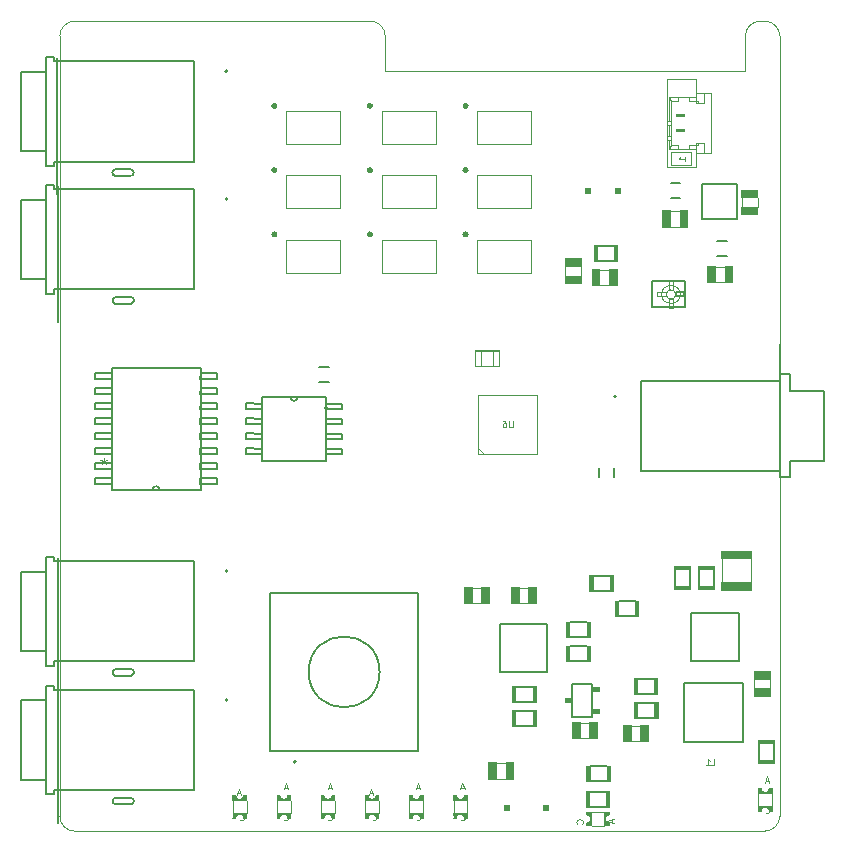
<source format=gbr>
%TF.GenerationSoftware,KiCad,Pcbnew,8.0.1*%
%TF.CreationDate,2025-01-16T17:49:12-07:00*%
%TF.ProjectId,WDM_RevB_v3,57444d5f-5265-4764-925f-76332e6b6963,rev?*%
%TF.SameCoordinates,Original*%
%TF.FileFunction,AssemblyDrawing,Bot*%
%FSLAX46Y46*%
G04 Gerber Fmt 4.6, Leading zero omitted, Abs format (unit mm)*
G04 Created by KiCad (PCBNEW 8.0.1) date 2025-01-16 17:49:12*
%MOMM*%
%LPD*%
G01*
G04 APERTURE LIST*
%ADD10C,0.076200*%
%ADD11C,0.054864*%
%ADD12C,0.152400*%
%ADD13C,0.127000*%
%ADD14C,0.200000*%
%ADD15C,0.025400*%
%ADD16C,0.508000*%
%ADD17C,0.101600*%
%ADD18C,0.000000*%
%ADD19C,0.100000*%
%ADD20C,0.050800*%
%ADD21C,0.203200*%
%ADD22C,0.120000*%
%ADD23C,0.025000*%
%TA.AperFunction,Profile*%
%ADD24C,0.100000*%
%TD*%
G04 APERTURE END LIST*
D10*
X90166738Y-82349138D02*
X90166738Y-82633376D01*
X90450976Y-82519681D02*
X90166738Y-82633376D01*
X90166738Y-82633376D02*
X89882499Y-82519681D01*
X90337280Y-82860767D02*
X90166738Y-82633376D01*
X90166738Y-82633376D02*
X89996195Y-82860767D01*
D11*
X108940828Y-77911322D02*
X108940828Y-78043402D01*
X109072908Y-77990570D02*
X108940828Y-78043402D01*
X108940828Y-78043402D02*
X108808748Y-77990570D01*
X109020076Y-78149066D02*
X108940828Y-78043402D01*
X108940828Y-78043402D02*
X108861580Y-78149066D01*
X124819080Y-79203057D02*
X124819080Y-79652129D01*
X124819080Y-79652129D02*
X124792664Y-79704961D01*
X124792664Y-79704961D02*
X124766248Y-79731377D01*
X124766248Y-79731377D02*
X124713416Y-79757793D01*
X124713416Y-79757793D02*
X124607752Y-79757793D01*
X124607752Y-79757793D02*
X124554920Y-79731377D01*
X124554920Y-79731377D02*
X124528504Y-79704961D01*
X124528504Y-79704961D02*
X124502088Y-79652129D01*
X124502088Y-79652129D02*
X124502088Y-79203057D01*
X124000184Y-79203057D02*
X124105848Y-79203057D01*
X124105848Y-79203057D02*
X124158680Y-79229473D01*
X124158680Y-79229473D02*
X124185096Y-79255889D01*
X124185096Y-79255889D02*
X124237928Y-79335137D01*
X124237928Y-79335137D02*
X124264344Y-79440801D01*
X124264344Y-79440801D02*
X124264344Y-79652129D01*
X124264344Y-79652129D02*
X124237928Y-79704961D01*
X124237928Y-79704961D02*
X124211512Y-79731377D01*
X124211512Y-79731377D02*
X124158680Y-79757793D01*
X124158680Y-79757793D02*
X124053016Y-79757793D01*
X124053016Y-79757793D02*
X124000184Y-79731377D01*
X124000184Y-79731377D02*
X123973768Y-79704961D01*
X123973768Y-79704961D02*
X123947352Y-79652129D01*
X123947352Y-79652129D02*
X123947352Y-79520049D01*
X123947352Y-79520049D02*
X123973768Y-79467217D01*
X123973768Y-79467217D02*
X124000184Y-79440801D01*
X124000184Y-79440801D02*
X124053016Y-79414385D01*
X124053016Y-79414385D02*
X124158680Y-79414385D01*
X124158680Y-79414385D02*
X124211512Y-79440801D01*
X124211512Y-79440801D02*
X124237928Y-79467217D01*
X124237928Y-79467217D02*
X124264344Y-79520049D01*
X146482918Y-109656762D02*
X146218758Y-109656762D01*
X146535750Y-109815258D02*
X146350838Y-109260522D01*
X146350838Y-109260522D02*
X146165926Y-109815258D01*
X146218758Y-112362426D02*
X146245174Y-112388842D01*
X146245174Y-112388842D02*
X146324422Y-112415258D01*
X146324422Y-112415258D02*
X146377254Y-112415258D01*
X146377254Y-112415258D02*
X146456502Y-112388842D01*
X146456502Y-112388842D02*
X146509334Y-112336010D01*
X146509334Y-112336010D02*
X146535750Y-112283178D01*
X146535750Y-112283178D02*
X146562166Y-112177514D01*
X146562166Y-112177514D02*
X146562166Y-112098266D01*
X146562166Y-112098266D02*
X146535750Y-111992602D01*
X146535750Y-111992602D02*
X146509334Y-111939770D01*
X146509334Y-111939770D02*
X146456502Y-111886938D01*
X146456502Y-111886938D02*
X146377254Y-111860522D01*
X146377254Y-111860522D02*
X146324422Y-111860522D01*
X146324422Y-111860522D02*
X146245174Y-111886938D01*
X146245174Y-111886938D02*
X146218758Y-111913354D01*
X139396758Y-57190050D02*
X139396758Y-56873058D01*
X139396758Y-57031554D02*
X138842022Y-57031554D01*
X138842022Y-57031554D02*
X138921270Y-56978722D01*
X138921270Y-56978722D02*
X138974102Y-56925890D01*
X138974102Y-56925890D02*
X139000518Y-56873058D01*
X116671304Y-112950267D02*
X116697720Y-112976683D01*
X116697720Y-112976683D02*
X116776968Y-113003099D01*
X116776968Y-113003099D02*
X116829800Y-113003099D01*
X116829800Y-113003099D02*
X116909048Y-112976683D01*
X116909048Y-112976683D02*
X116961880Y-112923851D01*
X116961880Y-112923851D02*
X116988296Y-112871019D01*
X116988296Y-112871019D02*
X117014712Y-112765355D01*
X117014712Y-112765355D02*
X117014712Y-112686107D01*
X117014712Y-112686107D02*
X116988296Y-112580443D01*
X116988296Y-112580443D02*
X116961880Y-112527611D01*
X116961880Y-112527611D02*
X116909048Y-112474779D01*
X116909048Y-112474779D02*
X116829800Y-112448363D01*
X116829800Y-112448363D02*
X116776968Y-112448363D01*
X116776968Y-112448363D02*
X116697720Y-112474779D01*
X116697720Y-112474779D02*
X116671304Y-112501195D01*
X116935464Y-110244603D02*
X116671304Y-110244603D01*
X116988296Y-110403099D02*
X116803384Y-109848363D01*
X116803384Y-109848363D02*
X116618472Y-110403099D01*
X105733264Y-110244603D02*
X105469104Y-110244603D01*
X105786096Y-110403099D02*
X105601184Y-109848363D01*
X105601184Y-109848363D02*
X105416272Y-110403099D01*
X105469104Y-112950267D02*
X105495520Y-112976683D01*
X105495520Y-112976683D02*
X105574768Y-113003099D01*
X105574768Y-113003099D02*
X105627600Y-113003099D01*
X105627600Y-113003099D02*
X105706848Y-112976683D01*
X105706848Y-112976683D02*
X105759680Y-112923851D01*
X105759680Y-112923851D02*
X105786096Y-112871019D01*
X105786096Y-112871019D02*
X105812512Y-112765355D01*
X105812512Y-112765355D02*
X105812512Y-112686107D01*
X105812512Y-112686107D02*
X105786096Y-112580443D01*
X105786096Y-112580443D02*
X105759680Y-112527611D01*
X105759680Y-112527611D02*
X105706848Y-112474779D01*
X105706848Y-112474779D02*
X105627600Y-112448363D01*
X105627600Y-112448363D02*
X105574768Y-112448363D01*
X105574768Y-112448363D02*
X105495520Y-112474779D01*
X105495520Y-112474779D02*
X105469104Y-112501195D01*
X101735304Y-112950267D02*
X101761720Y-112976683D01*
X101761720Y-112976683D02*
X101840968Y-113003099D01*
X101840968Y-113003099D02*
X101893800Y-113003099D01*
X101893800Y-113003099D02*
X101973048Y-112976683D01*
X101973048Y-112976683D02*
X102025880Y-112923851D01*
X102025880Y-112923851D02*
X102052296Y-112871019D01*
X102052296Y-112871019D02*
X102078712Y-112765355D01*
X102078712Y-112765355D02*
X102078712Y-112686107D01*
X102078712Y-112686107D02*
X102052296Y-112580443D01*
X102052296Y-112580443D02*
X102025880Y-112527611D01*
X102025880Y-112527611D02*
X101973048Y-112474779D01*
X101973048Y-112474779D02*
X101893800Y-112448363D01*
X101893800Y-112448363D02*
X101840968Y-112448363D01*
X101840968Y-112448363D02*
X101761720Y-112474779D01*
X101761720Y-112474779D02*
X101735304Y-112501195D01*
X101749464Y-110719603D02*
X101485304Y-110719603D01*
X101802296Y-110878099D02*
X101617384Y-110323363D01*
X101617384Y-110323363D02*
X101432472Y-110878099D01*
X109203069Y-112950251D02*
X109229485Y-112976667D01*
X109229485Y-112976667D02*
X109308733Y-113003083D01*
X109308733Y-113003083D02*
X109361565Y-113003083D01*
X109361565Y-113003083D02*
X109440813Y-112976667D01*
X109440813Y-112976667D02*
X109493645Y-112923835D01*
X109493645Y-112923835D02*
X109520061Y-112871003D01*
X109520061Y-112871003D02*
X109546477Y-112765339D01*
X109546477Y-112765339D02*
X109546477Y-112686091D01*
X109546477Y-112686091D02*
X109520061Y-112580427D01*
X109520061Y-112580427D02*
X109493645Y-112527595D01*
X109493645Y-112527595D02*
X109440813Y-112474763D01*
X109440813Y-112474763D02*
X109361565Y-112448347D01*
X109361565Y-112448347D02*
X109308733Y-112448347D01*
X109308733Y-112448347D02*
X109229485Y-112474763D01*
X109229485Y-112474763D02*
X109203069Y-112501179D01*
X109467229Y-110244587D02*
X109203069Y-110244587D01*
X109520061Y-110403083D02*
X109335149Y-109848347D01*
X109335149Y-109848347D02*
X109150237Y-110403083D01*
X112951064Y-110719603D02*
X112686904Y-110719603D01*
X113003896Y-110878099D02*
X112818984Y-110323363D01*
X112818984Y-110323363D02*
X112634072Y-110878099D01*
X112936904Y-112950267D02*
X112963320Y-112976683D01*
X112963320Y-112976683D02*
X113042568Y-113003099D01*
X113042568Y-113003099D02*
X113095400Y-113003099D01*
X113095400Y-113003099D02*
X113174648Y-112976683D01*
X113174648Y-112976683D02*
X113227480Y-112923851D01*
X113227480Y-112923851D02*
X113253896Y-112871019D01*
X113253896Y-112871019D02*
X113280312Y-112765355D01*
X113280312Y-112765355D02*
X113280312Y-112686107D01*
X113280312Y-112686107D02*
X113253896Y-112580443D01*
X113253896Y-112580443D02*
X113227480Y-112527611D01*
X113227480Y-112527611D02*
X113174648Y-112474779D01*
X113174648Y-112474779D02*
X113095400Y-112448363D01*
X113095400Y-112448363D02*
X113042568Y-112448363D01*
X113042568Y-112448363D02*
X112963320Y-112474779D01*
X112963320Y-112474779D02*
X112936904Y-112501195D01*
X141621256Y-108356179D02*
X141885416Y-108356179D01*
X141885416Y-108356179D02*
X141885416Y-107801443D01*
X141145768Y-108356179D02*
X141462760Y-108356179D01*
X141304264Y-108356179D02*
X141304264Y-107801443D01*
X141304264Y-107801443D02*
X141357096Y-107880691D01*
X141357096Y-107880691D02*
X141409928Y-107933523D01*
X141409928Y-107933523D02*
X141462760Y-107959939D01*
X120405304Y-112950267D02*
X120431720Y-112976683D01*
X120431720Y-112976683D02*
X120510968Y-113003099D01*
X120510968Y-113003099D02*
X120563800Y-113003099D01*
X120563800Y-113003099D02*
X120643048Y-112976683D01*
X120643048Y-112976683D02*
X120695880Y-112923851D01*
X120695880Y-112923851D02*
X120722296Y-112871019D01*
X120722296Y-112871019D02*
X120748712Y-112765355D01*
X120748712Y-112765355D02*
X120748712Y-112686107D01*
X120748712Y-112686107D02*
X120722296Y-112580443D01*
X120722296Y-112580443D02*
X120695880Y-112527611D01*
X120695880Y-112527611D02*
X120643048Y-112474779D01*
X120643048Y-112474779D02*
X120563800Y-112448363D01*
X120563800Y-112448363D02*
X120510968Y-112448363D01*
X120510968Y-112448363D02*
X120431720Y-112474779D01*
X120431720Y-112474779D02*
X120405304Y-112501195D01*
X120669464Y-110244603D02*
X120405304Y-110244603D01*
X120722296Y-110403099D02*
X120537384Y-109848363D01*
X120537384Y-109848363D02*
X120352472Y-110403099D01*
X133184762Y-112944758D02*
X133184762Y-113208918D01*
X133343258Y-112891926D02*
X132788522Y-113076838D01*
X132788522Y-113076838D02*
X133343258Y-113261750D01*
X130690426Y-113288166D02*
X130716842Y-113261750D01*
X130716842Y-113261750D02*
X130743258Y-113182502D01*
X130743258Y-113182502D02*
X130743258Y-113129670D01*
X130743258Y-113129670D02*
X130716842Y-113050422D01*
X130716842Y-113050422D02*
X130664010Y-112997590D01*
X130664010Y-112997590D02*
X130611178Y-112971174D01*
X130611178Y-112971174D02*
X130505514Y-112944758D01*
X130505514Y-112944758D02*
X130426266Y-112944758D01*
X130426266Y-112944758D02*
X130320602Y-112971174D01*
X130320602Y-112971174D02*
X130267770Y-112997590D01*
X130267770Y-112997590D02*
X130214938Y-113050422D01*
X130214938Y-113050422D02*
X130188522Y-113129670D01*
X130188522Y-113129670D02*
X130188522Y-113182502D01*
X130188522Y-113182502D02*
X130214938Y-113261750D01*
X130214938Y-113261750D02*
X130241354Y-113288166D01*
D12*
%TO.C,U4*%
X89452450Y-84074000D02*
X89452450Y-84582000D01*
X90874850Y-84074000D02*
X89452450Y-84074000D01*
X89452450Y-82804000D02*
X89452450Y-83312000D01*
X90874850Y-82804000D02*
X89452450Y-82804000D01*
X89452450Y-81534000D02*
X89452450Y-82042000D01*
X90874850Y-81534000D02*
X89452450Y-81534000D01*
X89452450Y-80264000D02*
X89452450Y-80772000D01*
X90874850Y-80264000D02*
X89452450Y-80264000D01*
X89452450Y-78994000D02*
X89452450Y-79502000D01*
X90874850Y-78994000D02*
X89452450Y-78994000D01*
X89452450Y-77724000D02*
X89452450Y-78232000D01*
X90874850Y-77724000D02*
X89452450Y-77724000D01*
X89452450Y-76454000D02*
X89452450Y-76962000D01*
X90874850Y-76454000D02*
X89452450Y-76454000D01*
X89452450Y-75184000D02*
X89452450Y-75692000D01*
X90874850Y-75184000D02*
X89452450Y-75184000D01*
X90849450Y-74726800D02*
X90849450Y-85039200D01*
X89452450Y-84582000D02*
X90849450Y-84582000D01*
X89452450Y-83312000D02*
X90849450Y-83312000D01*
X89452450Y-82042000D02*
X90849450Y-82042000D01*
X98367850Y-74726800D02*
X90849450Y-74726800D01*
X90849450Y-84582000D02*
X90874850Y-84074000D01*
X90849450Y-83312000D02*
X90874850Y-82804000D01*
X90849450Y-82042000D02*
X90874850Y-81534000D01*
X89452450Y-80772000D02*
X90874850Y-80772000D01*
X90874850Y-80772000D02*
X90874850Y-80264000D01*
X89452450Y-79502000D02*
X90874850Y-79502000D01*
X90874850Y-79502000D02*
X90874850Y-78994000D01*
X89452450Y-78232000D02*
X90874850Y-78232000D01*
X90874850Y-78232000D02*
X90874850Y-77724000D01*
X89452450Y-76962000D02*
X90874850Y-76962000D01*
X90874850Y-76962000D02*
X90874850Y-76454000D01*
X89452450Y-75692000D02*
X90874850Y-75692000D01*
X90874850Y-75692000D02*
X90874850Y-75184000D01*
X90849450Y-85039200D02*
X94303850Y-85039200D01*
X94303850Y-85039200D02*
X94913450Y-85039200D01*
X98342450Y-84074000D02*
X98342450Y-84582000D01*
X99764850Y-84074000D02*
X98342450Y-84074000D01*
X98342450Y-82804000D02*
X98342450Y-83312000D01*
X99764850Y-82804000D02*
X98342450Y-82804000D01*
X98342450Y-81534000D02*
X98342450Y-82042000D01*
X99764850Y-81534000D02*
X98342450Y-81534000D01*
X98342450Y-80264000D02*
X98342450Y-80772000D01*
X99764850Y-80264000D02*
X98342450Y-80264000D01*
X98342450Y-78994000D02*
X98342450Y-79502000D01*
X99764850Y-78994000D02*
X98342450Y-78994000D01*
X98367850Y-77724000D02*
X98342450Y-78232000D01*
X98367850Y-76454000D02*
X98342450Y-76962000D01*
X98367850Y-75184000D02*
X98342450Y-75692000D01*
X94913450Y-85039200D02*
X98367850Y-85039200D01*
X99764850Y-77724000D02*
X98367850Y-77724000D01*
X99764850Y-76454000D02*
X98367850Y-76454000D01*
X99764850Y-75184000D02*
X98367850Y-75184000D01*
X98367850Y-85039200D02*
X98367850Y-74726800D01*
X98342450Y-84582000D02*
X99764850Y-84582000D01*
X99764850Y-84582000D02*
X99764850Y-84074000D01*
X98342450Y-83312000D02*
X99764850Y-83312000D01*
X99764850Y-83312000D02*
X99764850Y-82804000D01*
X98342450Y-82042000D02*
X99764850Y-82042000D01*
X99764850Y-82042000D02*
X99764850Y-81534000D01*
X98342450Y-80772000D02*
X99764850Y-80772000D01*
X99764850Y-80772000D02*
X99764850Y-80264000D01*
X98342450Y-79502000D02*
X99764850Y-79502000D01*
X99764850Y-79502000D02*
X99764850Y-78994000D01*
X98342450Y-78232000D02*
X99764850Y-78232000D01*
X99764850Y-78232000D02*
X99764850Y-77724000D01*
X98342450Y-76962000D02*
X99764850Y-76962000D01*
X99764850Y-76962000D02*
X99764850Y-76454000D01*
X98342450Y-75692000D02*
X99764850Y-75692000D01*
X99764850Y-75692000D02*
X99764850Y-75184000D01*
X94303850Y-85039200D02*
G75*
G02*
X94913450Y-85039200I304800J0D01*
G01*
D13*
%TO.C,EN_1*%
X104280000Y-93750000D02*
X104280000Y-107150000D01*
X104280000Y-107150000D02*
X116780000Y-107150000D01*
X116780000Y-93750000D02*
X104280000Y-93750000D01*
X116780000Y-107150000D02*
X116780000Y-93750000D01*
D14*
X106430000Y-108050000D02*
G75*
G02*
X106230000Y-108050000I-100000J0D01*
G01*
X106230000Y-108050000D02*
G75*
G02*
X106430000Y-108050000I100000J0D01*
G01*
D13*
X113530000Y-100450000D02*
G75*
G02*
X107530000Y-100450000I-3000000J0D01*
G01*
X107530000Y-100450000D02*
G75*
G02*
X113530000Y-100450000I3000000J0D01*
G01*
D15*
%TO.C,SW_4*%
X113693229Y-58419442D02*
X118290629Y-58419442D01*
X113693229Y-61213442D02*
X113693229Y-58419442D01*
X118290629Y-58419442D02*
X118290629Y-61213442D01*
X118290629Y-61213442D02*
X113693229Y-61213442D01*
D16*
X112728962Y-57968478D02*
G75*
G02*
X112698706Y-57968478I-15128J0D01*
G01*
X112698706Y-57968478D02*
G75*
G02*
X112728962Y-57968478I15128J0D01*
G01*
D17*
%TO.C,C4*%
X145263000Y-101829000D02*
X145263000Y-101092000D01*
X146583000Y-101854000D02*
X146583000Y-101092000D01*
D18*
G36*
X146649200Y-101117400D02*
G01*
X145199100Y-101117400D01*
X145199100Y-100367300D01*
X146649200Y-100367300D01*
X146649200Y-101117400D01*
G37*
G36*
X146649200Y-102565200D02*
G01*
X145199100Y-102565200D01*
X145199100Y-101815100D01*
X146649200Y-101815100D01*
X146649200Y-102565200D01*
G37*
D17*
%TO.C,C16*%
X144220000Y-61072000D02*
X144220000Y-60335000D01*
X145540000Y-61097000D02*
X145540000Y-60335000D01*
D18*
G36*
X145606200Y-60360400D02*
G01*
X144156100Y-60360400D01*
X144156100Y-59610300D01*
X145606200Y-59610300D01*
X145606200Y-60360400D01*
G37*
G36*
X145606200Y-61808200D02*
G01*
X144156100Y-61808200D01*
X144156100Y-61058100D01*
X145606200Y-61058100D01*
X145606200Y-61808200D01*
G37*
D12*
%TO.C,U3*%
X102228650Y-77724000D02*
X103600250Y-77749400D01*
X102228650Y-78206600D02*
X102228650Y-77724000D01*
X102228650Y-78994000D02*
X103600250Y-79019400D01*
X102228650Y-79476600D02*
X102228650Y-78994000D01*
X102228650Y-80264000D02*
X103600250Y-80289400D01*
X102228650Y-80746600D02*
X102228650Y-80264000D01*
X102228650Y-81534000D02*
X103600250Y-81559400D01*
X102228650Y-82016600D02*
X102228650Y-81534000D01*
X103600250Y-77190600D02*
X105987850Y-77190600D01*
X103600250Y-77749400D02*
X103600250Y-78206600D01*
X103600250Y-78206600D02*
X102228650Y-78206600D01*
X103600250Y-79019400D02*
X103600250Y-79476600D01*
X103600250Y-79476600D02*
X102228650Y-79476600D01*
X103600250Y-80289400D02*
X103600250Y-80746600D01*
X103600250Y-80746600D02*
X102228650Y-80746600D01*
X103600250Y-81559400D02*
X103600250Y-82016600D01*
X103600250Y-82016600D02*
X102228650Y-82016600D01*
X103600250Y-82575400D02*
X103600250Y-77190600D01*
X105987850Y-77190600D02*
X106597450Y-77190600D01*
X106597450Y-77190600D02*
X108985050Y-77190600D01*
X108985050Y-77190600D02*
X108985050Y-82575400D01*
X108985050Y-77749400D02*
X110356650Y-77749400D01*
X108985050Y-78206600D02*
X108985050Y-77749400D01*
X108985050Y-79019400D02*
X110356650Y-79019400D01*
X108985050Y-79476600D02*
X108985050Y-79019400D01*
X108985050Y-80289400D02*
X110356650Y-80289400D01*
X108985050Y-80746600D02*
X108985050Y-80289400D01*
X108985050Y-81559400D02*
X110356650Y-81559400D01*
X108985050Y-82016600D02*
X108985050Y-81559400D01*
X108985050Y-82575400D02*
X103600250Y-82575400D01*
X110356650Y-77749400D02*
X110356650Y-78232000D01*
X110356650Y-78232000D02*
X108985050Y-78206600D01*
X110356650Y-79019400D02*
X110356650Y-79502000D01*
X110356650Y-79502000D02*
X108985050Y-79476600D01*
X110356650Y-80289400D02*
X110356650Y-80772000D01*
X110356650Y-80772000D02*
X108985050Y-80746600D01*
X110356650Y-81559400D02*
X110356650Y-82042000D01*
X110356650Y-82042000D02*
X108985050Y-82016600D01*
X106597450Y-77190600D02*
G75*
G02*
X105987850Y-77190600I-304800J0D01*
G01*
D13*
%TO.C,T1*%
X129822600Y-101447600D02*
X129822600Y-104292400D01*
X129822600Y-104292400D02*
X131543400Y-104292400D01*
X131543400Y-101447600D02*
X129822600Y-101447600D01*
X131543400Y-104292400D02*
X131543400Y-101447600D01*
D18*
G36*
X129771800Y-103098600D02*
G01*
X129187600Y-103098600D01*
X129187600Y-102641400D01*
X129771800Y-102641400D01*
X129771800Y-103098600D01*
G37*
G36*
X132178400Y-102158800D02*
G01*
X131594200Y-102158800D01*
X131594200Y-101701600D01*
X132178400Y-101701600D01*
X132178400Y-102158800D01*
G37*
G36*
X132178400Y-104038400D02*
G01*
X131594200Y-104038400D01*
X131594200Y-103581200D01*
X132178400Y-103581200D01*
X132178400Y-104038400D01*
G37*
D12*
%TO.C,R43*%
X132003800Y-64389000D02*
X133426200Y-64389000D01*
X132003800Y-65659000D02*
X133426200Y-65659000D01*
D18*
G36*
X132029200Y-65735200D02*
G01*
X131673600Y-65735200D01*
X131673600Y-64312800D01*
X132029200Y-64312800D01*
X132029200Y-65735200D01*
G37*
G36*
X133756400Y-65735200D02*
G01*
X133400800Y-65735200D01*
X133400800Y-64312800D01*
X133756400Y-64312800D01*
X133756400Y-65735200D01*
G37*
%TO.C,J4*%
G36*
X127889000Y-112268000D02*
G01*
X127381000Y-112268000D01*
X127381000Y-111760000D01*
X127889000Y-111760000D01*
X127889000Y-112268000D01*
G37*
D19*
%TO.C,U6*%
X121896424Y-77004014D02*
X121896424Y-82004014D01*
X121896424Y-81504014D02*
X122396424Y-82004014D01*
X121896424Y-82004014D02*
X126896424Y-82004014D01*
X126896424Y-77004014D02*
X121896424Y-77004014D01*
X126896424Y-82004014D02*
X126896424Y-77004014D01*
D15*
%TO.C,SW_8*%
X121784697Y-52983833D02*
X126382097Y-52983833D01*
X121784697Y-55777833D02*
X121784697Y-52983833D01*
X126382097Y-52983833D02*
X126382097Y-55777833D01*
X126382097Y-55777833D02*
X121784697Y-55777833D01*
D16*
X120820430Y-52532869D02*
G75*
G02*
X120790174Y-52532869I-15128J0D01*
G01*
X120790174Y-52532869D02*
G75*
G02*
X120820430Y-52532869I15128J0D01*
G01*
D17*
%TO.C,D4*%
X145602000Y-110786000D02*
X145602000Y-112211000D01*
X146752000Y-111811000D02*
X146752000Y-110761000D01*
X145827001Y-112211000D02*
G75*
G02*
X146526999Y-112210998I349999J-54199D01*
G01*
X146526999Y-110361002D02*
G75*
G02*
X145827001Y-110361000I-349999J54201D01*
G01*
D10*
X145830000Y-112136000D02*
G75*
G02*
X145624000Y-112136000I-103000J0D01*
G01*
X145624000Y-112136000D02*
G75*
G02*
X145830000Y-112136000I103000J0D01*
G01*
D18*
G36*
X145877000Y-110786000D02*
G01*
X145552000Y-110786000D01*
X145552000Y-110286000D01*
X145877000Y-110286000D01*
X145877000Y-110786000D01*
G37*
G36*
X145877000Y-112286000D02*
G01*
X145552000Y-112286000D01*
X145552000Y-112211000D01*
X145877000Y-112211000D01*
X145877000Y-112286000D01*
G37*
G36*
X145877000Y-112048000D02*
G01*
X145577000Y-112048000D01*
X145577000Y-111786000D01*
X145877000Y-111786000D01*
X145877000Y-112048000D01*
G37*
G36*
X146002000Y-110786000D02*
G01*
X145852000Y-110786000D01*
X145852000Y-110536000D01*
X146002000Y-110536000D01*
X146002000Y-110786000D01*
G37*
G36*
X146002000Y-112036000D02*
G01*
X145852000Y-112036000D01*
X145852000Y-111786000D01*
X146002000Y-111786000D01*
X146002000Y-112036000D01*
G37*
G36*
X146377000Y-110786000D02*
G01*
X145977000Y-110786000D01*
X145977000Y-110611000D01*
X146377000Y-110611000D01*
X146377000Y-110786000D01*
G37*
G36*
X146377000Y-111961000D02*
G01*
X145977000Y-111961000D01*
X145977000Y-111786000D01*
X146377000Y-111786000D01*
X146377000Y-111961000D01*
G37*
G36*
X146502000Y-110786000D02*
G01*
X146352000Y-110786000D01*
X146352000Y-110536000D01*
X146502000Y-110536000D01*
X146502000Y-110786000D01*
G37*
G36*
X146502000Y-112036000D02*
G01*
X146352000Y-112036000D01*
X146352000Y-111786000D01*
X146502000Y-111786000D01*
X146502000Y-112036000D01*
G37*
G36*
X146802000Y-110786000D02*
G01*
X146477000Y-110786000D01*
X146477000Y-110286000D01*
X146802000Y-110286000D01*
X146802000Y-110786000D01*
G37*
G36*
X146802000Y-112286000D02*
G01*
X146477000Y-112286000D01*
X146477000Y-111786000D01*
X146802000Y-111786000D01*
X146802000Y-112286000D01*
G37*
D20*
%TO.C,J14*%
X137855000Y-50225000D02*
X140355000Y-50225000D01*
X137855000Y-53818700D02*
X137855000Y-50225000D01*
X137855000Y-53818700D02*
X138167500Y-53818700D01*
X137855000Y-54131200D02*
X137855000Y-53818700D01*
X137855000Y-54131200D02*
X138167500Y-54131200D01*
X137855000Y-55068800D02*
X137855000Y-54131200D01*
X137855000Y-55068800D02*
X137855000Y-55381300D01*
X137855000Y-55381300D02*
X138011200Y-55381300D01*
X137855000Y-57725000D02*
X137855000Y-55381300D01*
X138011200Y-51787500D02*
X138011200Y-53818700D01*
X138011200Y-54131200D02*
X138011200Y-55068800D01*
X138011200Y-55068800D02*
X137855000Y-55068800D01*
X138011200Y-55068800D02*
X138167500Y-55068800D01*
X138011200Y-55381300D02*
X138011200Y-56162500D01*
X138011200Y-55381300D02*
X138167500Y-55381300D01*
X138011200Y-56162500D02*
X138011200Y-56162600D01*
X138011200Y-56162600D02*
X138792500Y-56162600D01*
X138167500Y-52099900D02*
X138167500Y-52100000D01*
X138167500Y-52099900D02*
X138792500Y-52099900D01*
X138167500Y-52100000D02*
X138011200Y-51787500D01*
X138167500Y-52100000D02*
X138167500Y-53818700D01*
X138167500Y-53818700D02*
X138167500Y-54131200D01*
X138167500Y-54131200D02*
X138167500Y-55068800D01*
X138167500Y-55068800D02*
X138167500Y-55381300D01*
X138167500Y-55381300D02*
X138167500Y-55850000D01*
X138167500Y-55850000D02*
X138011200Y-56162500D01*
X138167500Y-55850000D02*
X138167500Y-55850100D01*
X138167500Y-55850100D02*
X138792400Y-55850100D01*
X138217500Y-56418800D02*
X138217500Y-57512600D01*
X138217500Y-57512600D02*
X139936300Y-57512600D01*
X138792500Y-51787500D02*
X138011200Y-51787500D01*
X138792500Y-52099900D02*
X138792500Y-51787500D01*
X138792500Y-55850100D02*
X138792500Y-56162600D01*
X138792500Y-56162600D02*
X139730000Y-56162500D01*
X139730000Y-51787600D02*
X138792500Y-51787500D01*
X139730000Y-51787600D02*
X139730000Y-52099900D01*
X139730000Y-52099900D02*
X140355000Y-52099900D01*
X139730000Y-55850100D02*
X140355000Y-55850100D01*
X139730000Y-56162500D02*
X139730000Y-55850100D01*
X139730000Y-56162500D02*
X140355000Y-56162500D01*
X139936300Y-56418800D02*
X138217500Y-56418800D01*
X139936300Y-57512600D02*
X139936300Y-56418800D01*
X140355000Y-50225000D02*
X140355000Y-51475000D01*
X140355000Y-51475000D02*
X140980000Y-51475000D01*
X140355000Y-51787500D02*
X139730000Y-51787600D01*
X140355000Y-51787500D02*
X140355000Y-51475000D01*
X140355000Y-52099900D02*
X140355000Y-51787500D01*
X140355000Y-52100000D02*
X140355000Y-52099900D01*
X140355000Y-52100000D02*
X140511200Y-52100000D01*
X140355000Y-52256200D02*
X140355000Y-52100000D01*
X140355000Y-52256200D02*
X140511200Y-52256200D01*
X140355000Y-55693800D02*
X140511200Y-55693800D01*
X140355000Y-55850000D02*
X140355000Y-55693800D01*
X140355000Y-55850000D02*
X140511200Y-55850000D01*
X140355000Y-55850100D02*
X140355000Y-55850000D01*
X140355000Y-56162500D02*
X140355000Y-55850100D01*
X140355000Y-56162500D02*
X140355000Y-56475000D01*
X140355000Y-56475000D02*
X140355000Y-57725000D01*
X140355000Y-57725000D02*
X137855000Y-57725000D01*
X140511200Y-52100000D02*
X140511200Y-52256200D01*
X140511200Y-52256200D02*
X140980000Y-52256200D01*
X140511200Y-55693800D02*
X140980000Y-55693800D01*
X140511200Y-55850000D02*
X140511200Y-55693800D01*
X140980000Y-51475000D02*
X141605000Y-51475000D01*
X140980000Y-52256200D02*
X140980000Y-51475000D01*
X140980000Y-55693800D02*
X140980000Y-56475000D01*
X140980000Y-56475000D02*
X140355000Y-56475000D01*
X141605000Y-51475000D02*
X141605000Y-56475000D01*
X141605000Y-56475000D02*
X140980000Y-56475000D01*
D18*
G36*
X139417500Y-53506200D02*
G01*
X138636200Y-53506200D01*
X138636200Y-53193700D01*
X139417500Y-53193700D01*
X139417500Y-53506200D01*
G37*
G36*
X139417500Y-54756300D02*
G01*
X138636200Y-54756300D01*
X138636200Y-54443800D01*
X139417500Y-54443800D01*
X139417500Y-54756300D01*
G37*
D17*
%TO.C,C1*%
X135611000Y-106324000D02*
X134874000Y-106324000D01*
X135636000Y-105004000D02*
X134874000Y-105004000D01*
D18*
G36*
X134899400Y-106387900D02*
G01*
X134149300Y-106387900D01*
X134149300Y-104937800D01*
X134899400Y-104937800D01*
X134899400Y-106387900D01*
G37*
G36*
X136347200Y-106387900D02*
G01*
X135597100Y-106387900D01*
X135597100Y-104937800D01*
X136347200Y-104937800D01*
X136347200Y-106387900D01*
G37*
D12*
%TO.C,R13*%
X131074200Y-96266000D02*
X129651800Y-96266000D01*
X131074200Y-97536000D02*
X129651800Y-97536000D01*
D18*
G36*
X129677200Y-97612200D02*
G01*
X129321600Y-97612200D01*
X129321600Y-96189800D01*
X129677200Y-96189800D01*
X129677200Y-97612200D01*
G37*
G36*
X131404400Y-97612200D02*
G01*
X131048800Y-97612200D01*
X131048800Y-96189800D01*
X131404400Y-96189800D01*
X131404400Y-97612200D01*
G37*
D17*
%TO.C,D9*%
X116054546Y-111373841D02*
X116054546Y-112798841D01*
X117204546Y-112398841D02*
X117204546Y-111348841D01*
X116279547Y-112798841D02*
G75*
G02*
X116979545Y-112798839I349999J-54199D01*
G01*
X116979545Y-110948843D02*
G75*
G02*
X116279547Y-110948841I-349999J54201D01*
G01*
D10*
X116282546Y-112723841D02*
G75*
G02*
X116076546Y-112723841I-103000J0D01*
G01*
X116076546Y-112723841D02*
G75*
G02*
X116282546Y-112723841I103000J0D01*
G01*
D18*
G36*
X116329546Y-111373841D02*
G01*
X116004546Y-111373841D01*
X116004546Y-110873841D01*
X116329546Y-110873841D01*
X116329546Y-111373841D01*
G37*
G36*
X116329546Y-112873841D02*
G01*
X116004546Y-112873841D01*
X116004546Y-112798841D01*
X116329546Y-112798841D01*
X116329546Y-112873841D01*
G37*
G36*
X116329546Y-112635841D02*
G01*
X116029546Y-112635841D01*
X116029546Y-112373841D01*
X116329546Y-112373841D01*
X116329546Y-112635841D01*
G37*
G36*
X116454546Y-111373841D02*
G01*
X116304546Y-111373841D01*
X116304546Y-111123841D01*
X116454546Y-111123841D01*
X116454546Y-111373841D01*
G37*
G36*
X116454546Y-112623841D02*
G01*
X116304546Y-112623841D01*
X116304546Y-112373841D01*
X116454546Y-112373841D01*
X116454546Y-112623841D01*
G37*
G36*
X116829546Y-111373841D02*
G01*
X116429546Y-111373841D01*
X116429546Y-111198841D01*
X116829546Y-111198841D01*
X116829546Y-111373841D01*
G37*
G36*
X116829546Y-112548841D02*
G01*
X116429546Y-112548841D01*
X116429546Y-112373841D01*
X116829546Y-112373841D01*
X116829546Y-112548841D01*
G37*
G36*
X116954546Y-111373841D02*
G01*
X116804546Y-111373841D01*
X116804546Y-111123841D01*
X116954546Y-111123841D01*
X116954546Y-111373841D01*
G37*
G36*
X116954546Y-112623841D02*
G01*
X116804546Y-112623841D01*
X116804546Y-112373841D01*
X116954546Y-112373841D01*
X116954546Y-112623841D01*
G37*
G36*
X117254546Y-111373841D02*
G01*
X116929546Y-111373841D01*
X116929546Y-110873841D01*
X117254546Y-110873841D01*
X117254546Y-111373841D01*
G37*
G36*
X117254546Y-112873841D02*
G01*
X116929546Y-112873841D01*
X116929546Y-112373841D01*
X117254546Y-112373841D01*
X117254546Y-112873841D01*
G37*
D17*
%TO.C,C2*%
X130556000Y-106070000D02*
X131318000Y-106070000D01*
X130581000Y-104750000D02*
X131318000Y-104750000D01*
D18*
G36*
X130594900Y-106136200D02*
G01*
X129844800Y-106136200D01*
X129844800Y-104686100D01*
X130594900Y-104686100D01*
X130594900Y-106136200D01*
G37*
G36*
X132042700Y-106136200D02*
G01*
X131292600Y-106136200D01*
X131292600Y-104686100D01*
X132042700Y-104686100D01*
X132042700Y-106136200D01*
G37*
D21*
%TO.C,U7*%
X140827000Y-59102000D02*
X143827000Y-59102000D01*
D13*
X140827000Y-62102000D02*
X140827000Y-59102000D01*
X143827000Y-59102000D02*
X143827000Y-62102000D01*
D21*
X143827000Y-62102000D02*
X140827000Y-62102000D01*
D17*
%TO.C,D6*%
X104852346Y-111373841D02*
X104852346Y-112798841D01*
X106002346Y-112398841D02*
X106002346Y-111348841D01*
X105077347Y-112798841D02*
G75*
G02*
X105777345Y-112798839I349999J-54199D01*
G01*
X105777345Y-110948843D02*
G75*
G02*
X105077347Y-110948841I-349999J54201D01*
G01*
D10*
X105080346Y-112723841D02*
G75*
G02*
X104874346Y-112723841I-103000J0D01*
G01*
X104874346Y-112723841D02*
G75*
G02*
X105080346Y-112723841I103000J0D01*
G01*
D18*
G36*
X105127346Y-111373841D02*
G01*
X104802346Y-111373841D01*
X104802346Y-110873841D01*
X105127346Y-110873841D01*
X105127346Y-111373841D01*
G37*
G36*
X105127346Y-112873841D02*
G01*
X104802346Y-112873841D01*
X104802346Y-112798841D01*
X105127346Y-112798841D01*
X105127346Y-112873841D01*
G37*
G36*
X105127346Y-112635841D02*
G01*
X104827346Y-112635841D01*
X104827346Y-112373841D01*
X105127346Y-112373841D01*
X105127346Y-112635841D01*
G37*
G36*
X105252346Y-111373841D02*
G01*
X105102346Y-111373841D01*
X105102346Y-111123841D01*
X105252346Y-111123841D01*
X105252346Y-111373841D01*
G37*
G36*
X105252346Y-112623841D02*
G01*
X105102346Y-112623841D01*
X105102346Y-112373841D01*
X105252346Y-112373841D01*
X105252346Y-112623841D01*
G37*
G36*
X105627346Y-111373841D02*
G01*
X105227346Y-111373841D01*
X105227346Y-111198841D01*
X105627346Y-111198841D01*
X105627346Y-111373841D01*
G37*
G36*
X105627346Y-112548841D02*
G01*
X105227346Y-112548841D01*
X105227346Y-112373841D01*
X105627346Y-112373841D01*
X105627346Y-112548841D01*
G37*
G36*
X105752346Y-111373841D02*
G01*
X105602346Y-111373841D01*
X105602346Y-111123841D01*
X105752346Y-111123841D01*
X105752346Y-111373841D01*
G37*
G36*
X105752346Y-112623841D02*
G01*
X105602346Y-112623841D01*
X105602346Y-112373841D01*
X105752346Y-112373841D01*
X105752346Y-112623841D01*
G37*
G36*
X106052346Y-111373841D02*
G01*
X105727346Y-111373841D01*
X105727346Y-110873841D01*
X106052346Y-110873841D01*
X106052346Y-111373841D01*
G37*
G36*
X106052346Y-112873841D02*
G01*
X105727346Y-112873841D01*
X105727346Y-112373841D01*
X106052346Y-112373841D01*
X106052346Y-112873841D01*
G37*
D12*
%TO.C,R41*%
X142904000Y-64008000D02*
X142084000Y-64008000D01*
X142904000Y-65278000D02*
X142084000Y-65278000D01*
%TO.C,R30*%
X109249000Y-74676000D02*
X108429000Y-74676000D01*
X109249000Y-75946000D02*
X108429000Y-75946000D01*
D17*
%TO.C,D5*%
X101118546Y-111373841D02*
X101118546Y-112798841D01*
X102268546Y-112398841D02*
X102268546Y-111348841D01*
X101343547Y-112798841D02*
G75*
G02*
X102043545Y-112798839I349999J-54199D01*
G01*
X102043545Y-110948843D02*
G75*
G02*
X101343547Y-110948841I-349999J54201D01*
G01*
D10*
X101346546Y-112723841D02*
G75*
G02*
X101140546Y-112723841I-103000J0D01*
G01*
X101140546Y-112723841D02*
G75*
G02*
X101346546Y-112723841I103000J0D01*
G01*
D18*
G36*
X101393546Y-111373841D02*
G01*
X101068546Y-111373841D01*
X101068546Y-110873841D01*
X101393546Y-110873841D01*
X101393546Y-111373841D01*
G37*
G36*
X101393546Y-112873841D02*
G01*
X101068546Y-112873841D01*
X101068546Y-112798841D01*
X101393546Y-112798841D01*
X101393546Y-112873841D01*
G37*
G36*
X101393546Y-112635841D02*
G01*
X101093546Y-112635841D01*
X101093546Y-112373841D01*
X101393546Y-112373841D01*
X101393546Y-112635841D01*
G37*
G36*
X101518546Y-111373841D02*
G01*
X101368546Y-111373841D01*
X101368546Y-111123841D01*
X101518546Y-111123841D01*
X101518546Y-111373841D01*
G37*
G36*
X101518546Y-112623841D02*
G01*
X101368546Y-112623841D01*
X101368546Y-112373841D01*
X101518546Y-112373841D01*
X101518546Y-112623841D01*
G37*
G36*
X101893546Y-111373841D02*
G01*
X101493546Y-111373841D01*
X101493546Y-111198841D01*
X101893546Y-111198841D01*
X101893546Y-111373841D01*
G37*
G36*
X101893546Y-112548841D02*
G01*
X101493546Y-112548841D01*
X101493546Y-112373841D01*
X101893546Y-112373841D01*
X101893546Y-112548841D01*
G37*
G36*
X102018546Y-111373841D02*
G01*
X101868546Y-111373841D01*
X101868546Y-111123841D01*
X102018546Y-111123841D01*
X102018546Y-111373841D01*
G37*
G36*
X102018546Y-112623841D02*
G01*
X101868546Y-112623841D01*
X101868546Y-112373841D01*
X102018546Y-112373841D01*
X102018546Y-112623841D01*
G37*
G36*
X102318546Y-111373841D02*
G01*
X101993546Y-111373841D01*
X101993546Y-110873841D01*
X102318546Y-110873841D01*
X102318546Y-111373841D01*
G37*
G36*
X102318546Y-112873841D02*
G01*
X101993546Y-112873841D01*
X101993546Y-112373841D01*
X102318546Y-112373841D01*
X102318546Y-112873841D01*
G37*
D13*
%TO.C,J15*%
X135647000Y-75779000D02*
X135647000Y-83479000D01*
X135647000Y-83479000D02*
X147447000Y-83479000D01*
X147447000Y-75229000D02*
X147447000Y-72729000D01*
X147447000Y-75229000D02*
X147447000Y-75779000D01*
X147447000Y-75779000D02*
X135647000Y-75779000D01*
X147447000Y-83479000D02*
X147447000Y-75779000D01*
X147447000Y-83979000D02*
X147447000Y-83479000D01*
X147447000Y-83979000D02*
X148247000Y-83979000D01*
X148247000Y-75229000D02*
X147447000Y-75229000D01*
X148247000Y-76629000D02*
X148247000Y-75229000D01*
X148247000Y-82629000D02*
X151147000Y-82629000D01*
X148247000Y-83979000D02*
X148247000Y-82629000D01*
X151147000Y-76629000D02*
X148247000Y-76629000D01*
X151147000Y-82629000D02*
X151147000Y-76629000D01*
D14*
X133547000Y-77129000D02*
G75*
G02*
X133347000Y-77129000I-100000J0D01*
G01*
X133347000Y-77129000D02*
G75*
G02*
X133547000Y-77129000I100000J0D01*
G01*
D12*
%TO.C,R1*%
X136817200Y-103067000D02*
X135394800Y-103067000D01*
X136817200Y-104337000D02*
X135394800Y-104337000D01*
D18*
G36*
X135420200Y-104413200D02*
G01*
X135064600Y-104413200D01*
X135064600Y-102990800D01*
X135420200Y-102990800D01*
X135420200Y-104413200D01*
G37*
G36*
X137147400Y-104413200D02*
G01*
X136791800Y-104413200D01*
X136791800Y-102990800D01*
X137147400Y-102990800D01*
X137147400Y-104413200D01*
G37*
D17*
%TO.C,C5*%
X142519400Y-92847200D02*
X142519400Y-90916800D01*
X145008600Y-92847200D02*
X145008600Y-90916800D01*
D18*
G36*
X145059400Y-90930300D02*
G01*
X142459500Y-90930300D01*
X142459500Y-90180200D01*
X145059400Y-90180200D01*
X145059400Y-90930300D01*
G37*
G36*
X145068500Y-93583800D02*
G01*
X142468600Y-93583800D01*
X142468600Y-92833700D01*
X145068500Y-92833700D01*
X145068500Y-93583800D01*
G37*
D17*
%TO.C,D7*%
X108586311Y-111373825D02*
X108586311Y-112798825D01*
X109736311Y-112398825D02*
X109736311Y-111348825D01*
X108811312Y-112798825D02*
G75*
G02*
X109511310Y-112798823I349999J-54199D01*
G01*
X109511310Y-110948827D02*
G75*
G02*
X108811312Y-110948825I-349999J54201D01*
G01*
D10*
X108814311Y-112723825D02*
G75*
G02*
X108608311Y-112723825I-103000J0D01*
G01*
X108608311Y-112723825D02*
G75*
G02*
X108814311Y-112723825I103000J0D01*
G01*
D18*
G36*
X108861311Y-111373825D02*
G01*
X108536311Y-111373825D01*
X108536311Y-110873825D01*
X108861311Y-110873825D01*
X108861311Y-111373825D01*
G37*
G36*
X108861311Y-112873825D02*
G01*
X108536311Y-112873825D01*
X108536311Y-112798825D01*
X108861311Y-112798825D01*
X108861311Y-112873825D01*
G37*
G36*
X108861311Y-112635825D02*
G01*
X108561311Y-112635825D01*
X108561311Y-112373825D01*
X108861311Y-112373825D01*
X108861311Y-112635825D01*
G37*
G36*
X108986311Y-111373825D02*
G01*
X108836311Y-111373825D01*
X108836311Y-111123825D01*
X108986311Y-111123825D01*
X108986311Y-111373825D01*
G37*
G36*
X108986311Y-112623825D02*
G01*
X108836311Y-112623825D01*
X108836311Y-112373825D01*
X108986311Y-112373825D01*
X108986311Y-112623825D01*
G37*
G36*
X109361311Y-111373825D02*
G01*
X108961311Y-111373825D01*
X108961311Y-111198825D01*
X109361311Y-111198825D01*
X109361311Y-111373825D01*
G37*
G36*
X109361311Y-112548825D02*
G01*
X108961311Y-112548825D01*
X108961311Y-112373825D01*
X109361311Y-112373825D01*
X109361311Y-112548825D01*
G37*
G36*
X109486311Y-111373825D02*
G01*
X109336311Y-111373825D01*
X109336311Y-111123825D01*
X109486311Y-111123825D01*
X109486311Y-111373825D01*
G37*
G36*
X109486311Y-112623825D02*
G01*
X109336311Y-112623825D01*
X109336311Y-112373825D01*
X109486311Y-112373825D01*
X109486311Y-112623825D01*
G37*
G36*
X109786311Y-111373825D02*
G01*
X109461311Y-111373825D01*
X109461311Y-110873825D01*
X109786311Y-110873825D01*
X109786311Y-111373825D01*
G37*
G36*
X109786311Y-112873825D02*
G01*
X109461311Y-112873825D01*
X109461311Y-112373825D01*
X109786311Y-112373825D01*
X109786311Y-112873825D01*
G37*
D13*
%TO.C,J11*%
X83173000Y-91968000D02*
X83173000Y-98668000D01*
X83173000Y-98668000D02*
X85273000Y-98668000D01*
X85273000Y-90718000D02*
X85973000Y-90718000D01*
X85273000Y-91968000D02*
X83173000Y-91968000D01*
X85273000Y-91968000D02*
X85273000Y-90718000D01*
X85273000Y-98668000D02*
X85273000Y-91968000D01*
X85273000Y-99918000D02*
X85273000Y-98668000D01*
X85973000Y-90718000D02*
X85973000Y-91068000D01*
X85973000Y-99568000D02*
X85973000Y-99918000D01*
X85973000Y-99568000D02*
X90093000Y-99568000D01*
X85973000Y-99918000D02*
X85273000Y-99918000D01*
X86273000Y-90818000D02*
X86273000Y-102318000D01*
X90093000Y-99568000D02*
X93593000Y-99568000D01*
X91163000Y-100768000D02*
X91173000Y-100768000D01*
X91173000Y-100768000D02*
X92453000Y-100768000D01*
X92483000Y-100218000D02*
X91193000Y-100218000D01*
X93593000Y-99568000D02*
X97823000Y-99568000D01*
X97823000Y-91068000D02*
X85973000Y-91068000D01*
X97823000Y-99568000D02*
X97823000Y-91068000D01*
X91173000Y-100768000D02*
G75*
G02*
X91193001Y-100217993I20000J274640D01*
G01*
X92483000Y-100218000D02*
G75*
G02*
X92453001Y-100767996I-30000J-274180D01*
G01*
D14*
X100673000Y-91918000D02*
G75*
G02*
X100473000Y-91918000I-100000J0D01*
G01*
X100473000Y-91918000D02*
G75*
G02*
X100673000Y-91918000I100000J0D01*
G01*
D22*
%TO.C,C13*%
X121575212Y-73223007D02*
X121575212Y-74583007D01*
X121575212Y-74583007D02*
X123675212Y-74583007D01*
D23*
X121625212Y-73278007D02*
X121625212Y-74528007D01*
X121625212Y-73278007D02*
X121625212Y-74528007D01*
X121625212Y-74528007D02*
X122125212Y-74528007D01*
X121625212Y-74528007D02*
X123625212Y-74528007D01*
X122125212Y-73278007D02*
X121625212Y-73278007D01*
X122125212Y-74528007D02*
X122125212Y-73278007D01*
X123125212Y-73278007D02*
X123125212Y-74528007D01*
X123125212Y-74528007D02*
X123625212Y-74528007D01*
X123625212Y-73278007D02*
X121625212Y-73278007D01*
X123625212Y-73278007D02*
X123125212Y-73278007D01*
X123625212Y-74528007D02*
X123625212Y-73278007D01*
X123625212Y-74528007D02*
X123625212Y-73278007D01*
D22*
X123675212Y-73223007D02*
X121575212Y-73223007D01*
X123675212Y-74583007D02*
X123675212Y-73223007D01*
D12*
%TO.C,R38*%
X132080000Y-83976000D02*
X132080000Y-83156000D01*
X133350000Y-83976000D02*
X133350000Y-83156000D01*
D17*
%TO.C,C6*%
X124211000Y-109499000D02*
X123474000Y-109499000D01*
X124236000Y-108179000D02*
X123474000Y-108179000D01*
D18*
G36*
X123499400Y-109562900D02*
G01*
X122749300Y-109562900D01*
X122749300Y-108112800D01*
X123499400Y-108112800D01*
X123499400Y-109562900D01*
G37*
G36*
X124947200Y-109562900D02*
G01*
X124197100Y-109562900D01*
X124197100Y-108112800D01*
X124947200Y-108112800D01*
X124947200Y-109562900D01*
G37*
D15*
%TO.C,SW_5*%
X121786036Y-63855035D02*
X126383436Y-63855035D01*
X121786036Y-66649035D02*
X121786036Y-63855035D01*
X126383436Y-63855035D02*
X126383436Y-66649035D01*
X126383436Y-66649035D02*
X121786036Y-66649035D01*
D16*
X120821769Y-63404071D02*
G75*
G02*
X120791513Y-63404071I-15128J0D01*
G01*
X120791513Y-63404071D02*
G75*
G02*
X120821769Y-63404071I15128J0D01*
G01*
D18*
%TO.C,MIC1*%
G36*
X131394200Y-60020200D02*
G01*
X130886200Y-60020200D01*
X130886200Y-59512200D01*
X131394200Y-59512200D01*
X131394200Y-60020200D01*
G37*
G36*
X133934200Y-60020200D02*
G01*
X133426200Y-60020200D01*
X133426200Y-59512200D01*
X133934200Y-59512200D01*
X133934200Y-60020200D01*
G37*
D15*
%TO.C,SW_7*%
X113692837Y-63854987D02*
X118290237Y-63854987D01*
X113692837Y-66648987D02*
X113692837Y-63854987D01*
X118290237Y-63854987D02*
X118290237Y-66648987D01*
X118290237Y-66648987D02*
X113692837Y-66648987D01*
D16*
X112728570Y-63404023D02*
G75*
G02*
X112698314Y-63404023I-15128J0D01*
G01*
X112698314Y-63404023D02*
G75*
G02*
X112728570Y-63404023I15128J0D01*
G01*
D12*
%TO.C,R2*%
X135371800Y-101035000D02*
X136794200Y-101035000D01*
X135371800Y-102305000D02*
X136794200Y-102305000D01*
D18*
G36*
X135397200Y-102381200D02*
G01*
X135041600Y-102381200D01*
X135041600Y-100958800D01*
X135397200Y-100958800D01*
X135397200Y-102381200D01*
G37*
G36*
X137124400Y-102381200D02*
G01*
X136768800Y-102381200D01*
X136768800Y-100958800D01*
X137124400Y-100958800D01*
X137124400Y-102381200D01*
G37*
D12*
%TO.C,R11*%
X126507200Y-103759000D02*
X125084800Y-103759000D01*
X126507200Y-105029000D02*
X125084800Y-105029000D01*
D18*
G36*
X125110200Y-105105200D02*
G01*
X124754600Y-105105200D01*
X124754600Y-103682800D01*
X125110200Y-103682800D01*
X125110200Y-105105200D01*
G37*
G36*
X126837400Y-105105200D02*
G01*
X126481800Y-105105200D01*
X126481800Y-103682800D01*
X126837400Y-103682800D01*
X126837400Y-105105200D01*
G37*
D12*
%TO.C,R8*%
X145669000Y-107960200D02*
X145669000Y-106537800D01*
X146939000Y-107960200D02*
X146939000Y-106537800D01*
D18*
G36*
X147015200Y-106563200D02*
G01*
X145592800Y-106563200D01*
X145592800Y-106207600D01*
X147015200Y-106207600D01*
X147015200Y-106563200D01*
G37*
G36*
X147015200Y-108290400D02*
G01*
X145592800Y-108290400D01*
X145592800Y-107934800D01*
X147015200Y-107934800D01*
X147015200Y-108290400D01*
G37*
D15*
%TO.C,SW_9*%
X121785035Y-58419433D02*
X126382435Y-58419433D01*
X121785035Y-61213433D02*
X121785035Y-58419433D01*
X126382435Y-58419433D02*
X126382435Y-61213433D01*
X126382435Y-61213433D02*
X121785035Y-61213433D01*
D16*
X120820768Y-57968469D02*
G75*
G02*
X120790512Y-57968469I-15128J0D01*
G01*
X120790512Y-57968469D02*
G75*
G02*
X120820768Y-57968469I15128J0D01*
G01*
D12*
%TO.C,R7*%
X133781800Y-94488000D02*
X135204200Y-94488000D01*
X133781800Y-95758000D02*
X135204200Y-95758000D01*
D18*
G36*
X133807200Y-95834200D02*
G01*
X133451600Y-95834200D01*
X133451600Y-94411800D01*
X133807200Y-94411800D01*
X133807200Y-95834200D01*
G37*
G36*
X135534400Y-95834200D02*
G01*
X135178800Y-95834200D01*
X135178800Y-94411800D01*
X135534400Y-94411800D01*
X135534400Y-95834200D01*
G37*
D12*
%TO.C,R12*%
X131074200Y-98298000D02*
X129651800Y-98298000D01*
X131074200Y-99568000D02*
X129651800Y-99568000D01*
D18*
G36*
X129677200Y-99644200D02*
G01*
X129321600Y-99644200D01*
X129321600Y-98221800D01*
X129677200Y-98221800D01*
X129677200Y-99644200D01*
G37*
G36*
X131404400Y-99644200D02*
G01*
X131048800Y-99644200D01*
X131048800Y-98221800D01*
X131404400Y-98221800D01*
X131404400Y-99644200D01*
G37*
D12*
%TO.C,R9*%
X131622800Y-92329000D02*
X133045200Y-92329000D01*
X131622800Y-93599000D02*
X133045200Y-93599000D01*
D18*
G36*
X131648200Y-93675200D02*
G01*
X131292600Y-93675200D01*
X131292600Y-92252800D01*
X131648200Y-92252800D01*
X131648200Y-93675200D01*
G37*
G36*
X133375400Y-93675200D02*
G01*
X133019800Y-93675200D01*
X133019800Y-92252800D01*
X133375400Y-92252800D01*
X133375400Y-93675200D01*
G37*
D17*
%TO.C,C20*%
X132944000Y-67716000D02*
X132207000Y-67716000D01*
X132969000Y-66396000D02*
X132207000Y-66396000D01*
D18*
G36*
X132232400Y-67779900D02*
G01*
X131482300Y-67779900D01*
X131482300Y-66329800D01*
X132232400Y-66329800D01*
X132232400Y-67779900D01*
G37*
G36*
X133680200Y-67779900D02*
G01*
X132930100Y-67779900D01*
X132930100Y-66329800D01*
X133680200Y-66329800D01*
X133680200Y-67779900D01*
G37*
D15*
%TO.C,SW_3*%
X113692181Y-52983861D02*
X118289581Y-52983861D01*
X113692181Y-55777861D02*
X113692181Y-52983861D01*
X118289581Y-52983861D02*
X118289581Y-55777861D01*
X118289581Y-55777861D02*
X113692181Y-55777861D01*
D16*
X112727914Y-52532897D02*
G75*
G02*
X112697658Y-52532897I-15128J0D01*
G01*
X112697658Y-52532897D02*
G75*
G02*
X112727914Y-52532897I15128J0D01*
G01*
D13*
%TO.C,U1*%
X139868000Y-95445000D02*
X139868000Y-99545000D01*
X139868000Y-99545000D02*
X143968000Y-99545000D01*
X143968000Y-95445000D02*
X139868000Y-95445000D01*
X143968000Y-99545000D02*
X143968000Y-95445000D01*
D18*
%TO.C,J5*%
G36*
X124536200Y-112268000D02*
G01*
X124028200Y-112268000D01*
X124028200Y-111760000D01*
X124536200Y-111760000D01*
X124536200Y-112268000D01*
G37*
D17*
%TO.C,C3*%
X121412000Y-94640000D02*
X122174000Y-94640000D01*
X121437000Y-93320000D02*
X122174000Y-93320000D01*
D18*
G36*
X121450900Y-94706200D02*
G01*
X120700800Y-94706200D01*
X120700800Y-93256100D01*
X121450900Y-93256100D01*
X121450900Y-94706200D01*
G37*
G36*
X122898700Y-94706200D02*
G01*
X122148600Y-94706200D01*
X122148600Y-93256100D01*
X122898700Y-93256100D01*
X122898700Y-94706200D01*
G37*
D17*
%TO.C,C15*%
X138192000Y-62763000D02*
X138954000Y-62763000D01*
X138217000Y-61443000D02*
X138954000Y-61443000D01*
D18*
G36*
X138230900Y-62829200D02*
G01*
X137480800Y-62829200D01*
X137480800Y-61379100D01*
X138230900Y-61379100D01*
X138230900Y-62829200D01*
G37*
G36*
X139678700Y-62829200D02*
G01*
X138928600Y-62829200D01*
X138928600Y-61379100D01*
X139678700Y-61379100D01*
X139678700Y-62829200D01*
G37*
D12*
%TO.C,R6*%
X132725200Y-110617000D02*
X131302800Y-110617000D01*
X132725200Y-111887000D02*
X131302800Y-111887000D01*
D18*
G36*
X131328200Y-111963200D02*
G01*
X130972600Y-111963200D01*
X130972600Y-110540800D01*
X131328200Y-110540800D01*
X131328200Y-111963200D01*
G37*
G36*
X133055400Y-111963200D02*
G01*
X132699800Y-111963200D01*
X132699800Y-110540800D01*
X133055400Y-110540800D01*
X133055400Y-111963200D01*
G37*
D15*
%TO.C,SW_2*%
X105599637Y-58419433D02*
X110197037Y-58419433D01*
X105599637Y-61213433D02*
X105599637Y-58419433D01*
X110197037Y-58419433D02*
X110197037Y-61213433D01*
X110197037Y-61213433D02*
X105599637Y-61213433D01*
D16*
X104635370Y-57968469D02*
G75*
G02*
X104605114Y-57968469I-15128J0D01*
G01*
X104605114Y-57968469D02*
G75*
G02*
X104635370Y-57968469I15128J0D01*
G01*
D15*
%TO.C,SW_6*%
X105599637Y-63855033D02*
X110197037Y-63855033D01*
X105599637Y-66649033D02*
X105599637Y-63855033D01*
X110197037Y-63855033D02*
X110197037Y-66649033D01*
X110197037Y-66649033D02*
X105599637Y-66649033D01*
D16*
X104635370Y-63404069D02*
G75*
G02*
X104605114Y-63404069I-15128J0D01*
G01*
X104605114Y-63404069D02*
G75*
G02*
X104635370Y-63404069I15128J0D01*
G01*
D13*
%TO.C,J6*%
X83173000Y-60472000D02*
X83173000Y-67172000D01*
X83173000Y-67172000D02*
X85273000Y-67172000D01*
X85273000Y-59222000D02*
X85973000Y-59222000D01*
X85273000Y-60472000D02*
X83173000Y-60472000D01*
X85273000Y-60472000D02*
X85273000Y-59222000D01*
X85273000Y-67172000D02*
X85273000Y-60472000D01*
X85273000Y-68422000D02*
X85273000Y-67172000D01*
X85973000Y-59222000D02*
X85973000Y-59572000D01*
X85973000Y-68072000D02*
X85973000Y-68422000D01*
X85973000Y-68072000D02*
X90093000Y-68072000D01*
X85973000Y-68422000D02*
X85273000Y-68422000D01*
X86273000Y-59322000D02*
X86273000Y-70822000D01*
X90093000Y-68072000D02*
X93593000Y-68072000D01*
X91163000Y-69272000D02*
X91173000Y-69272000D01*
X91173000Y-69272000D02*
X92453000Y-69272000D01*
X92483000Y-68722000D02*
X91193000Y-68722000D01*
X93593000Y-68072000D02*
X97823000Y-68072000D01*
X97823000Y-59572000D02*
X85973000Y-59572000D01*
X97823000Y-68072000D02*
X97823000Y-59572000D01*
X91173000Y-69272000D02*
G75*
G02*
X91193001Y-68721993I20000J274640D01*
G01*
X92483000Y-68722000D02*
G75*
G02*
X92453001Y-69271996I-30000J-274180D01*
G01*
D14*
X100673000Y-60422000D02*
G75*
G02*
X100473000Y-60422000I-100000J0D01*
G01*
X100473000Y-60422000D02*
G75*
G02*
X100673000Y-60422000I100000J0D01*
G01*
D17*
%TO.C,R18*%
X125349000Y-94640000D02*
X126111000Y-94640000D01*
X125374000Y-93320000D02*
X126111000Y-93320000D01*
D18*
G36*
X125387900Y-94706200D02*
G01*
X124637800Y-94706200D01*
X124637800Y-93256100D01*
X125387900Y-93256100D01*
X125387900Y-94706200D01*
G37*
G36*
X126835700Y-94706200D02*
G01*
X126085600Y-94706200D01*
X126085600Y-93256100D01*
X126835700Y-93256100D01*
X126835700Y-94706200D01*
G37*
D17*
%TO.C,D8*%
X112320146Y-111373841D02*
X112320146Y-112798841D01*
X113470146Y-112398841D02*
X113470146Y-111348841D01*
X112545147Y-112798841D02*
G75*
G02*
X113245145Y-112798839I349999J-54199D01*
G01*
X113245145Y-110948843D02*
G75*
G02*
X112545147Y-110948841I-349999J54201D01*
G01*
D10*
X112548146Y-112723841D02*
G75*
G02*
X112342146Y-112723841I-103000J0D01*
G01*
X112342146Y-112723841D02*
G75*
G02*
X112548146Y-112723841I103000J0D01*
G01*
D18*
G36*
X112595146Y-111373841D02*
G01*
X112270146Y-111373841D01*
X112270146Y-110873841D01*
X112595146Y-110873841D01*
X112595146Y-111373841D01*
G37*
G36*
X112595146Y-112873841D02*
G01*
X112270146Y-112873841D01*
X112270146Y-112798841D01*
X112595146Y-112798841D01*
X112595146Y-112873841D01*
G37*
G36*
X112595146Y-112635841D02*
G01*
X112295146Y-112635841D01*
X112295146Y-112373841D01*
X112595146Y-112373841D01*
X112595146Y-112635841D01*
G37*
G36*
X112720146Y-111373841D02*
G01*
X112570146Y-111373841D01*
X112570146Y-111123841D01*
X112720146Y-111123841D01*
X112720146Y-111373841D01*
G37*
G36*
X112720146Y-112623841D02*
G01*
X112570146Y-112623841D01*
X112570146Y-112373841D01*
X112720146Y-112373841D01*
X112720146Y-112623841D01*
G37*
G36*
X113095146Y-111373841D02*
G01*
X112695146Y-111373841D01*
X112695146Y-111198841D01*
X113095146Y-111198841D01*
X113095146Y-111373841D01*
G37*
G36*
X113095146Y-112548841D02*
G01*
X112695146Y-112548841D01*
X112695146Y-112373841D01*
X113095146Y-112373841D01*
X113095146Y-112548841D01*
G37*
G36*
X113220146Y-111373841D02*
G01*
X113070146Y-111373841D01*
X113070146Y-111123841D01*
X113220146Y-111123841D01*
X113220146Y-111373841D01*
G37*
G36*
X113220146Y-112623841D02*
G01*
X113070146Y-112623841D01*
X113070146Y-112373841D01*
X113220146Y-112373841D01*
X113220146Y-112623841D01*
G37*
G36*
X113520146Y-111373841D02*
G01*
X113195146Y-111373841D01*
X113195146Y-110873841D01*
X113520146Y-110873841D01*
X113520146Y-111373841D01*
G37*
G36*
X113520146Y-112873841D02*
G01*
X113195146Y-112873841D01*
X113195146Y-112373841D01*
X113520146Y-112373841D01*
X113520146Y-112873841D01*
G37*
D13*
%TO.C,J3*%
X83158500Y-49657750D02*
X83158500Y-56357750D01*
X83158500Y-56357750D02*
X85258500Y-56357750D01*
X85258500Y-48407750D02*
X85958500Y-48407750D01*
X85258500Y-49657750D02*
X83158500Y-49657750D01*
X85258500Y-49657750D02*
X85258500Y-48407750D01*
X85258500Y-56357750D02*
X85258500Y-49657750D01*
X85258500Y-57607750D02*
X85258500Y-56357750D01*
X85958500Y-48407750D02*
X85958500Y-48757750D01*
X85958500Y-57257750D02*
X85958500Y-57607750D01*
X85958500Y-57257750D02*
X90078500Y-57257750D01*
X85958500Y-57607750D02*
X85258500Y-57607750D01*
X86258500Y-48507750D02*
X86258500Y-60007750D01*
X90078500Y-57257750D02*
X93578500Y-57257750D01*
X91148500Y-58457750D02*
X91158500Y-58457750D01*
X91158500Y-58457750D02*
X92438500Y-58457750D01*
X92468500Y-57907750D02*
X91178500Y-57907750D01*
X93578500Y-57257750D02*
X97808500Y-57257750D01*
X97808500Y-48757750D02*
X85958500Y-48757750D01*
X97808500Y-57257750D02*
X97808500Y-48757750D01*
X91158500Y-58457750D02*
G75*
G02*
X91178501Y-57907743I20000J274640D01*
G01*
X92468500Y-57907750D02*
G75*
G02*
X92438501Y-58457746I-30000J-274180D01*
G01*
D14*
X100658500Y-49607750D02*
G75*
G02*
X100458500Y-49607750I-100000J0D01*
G01*
X100458500Y-49607750D02*
G75*
G02*
X100658500Y-49607750I100000J0D01*
G01*
D17*
%TO.C,C19*%
X129261000Y-66904000D02*
X129261000Y-66167000D01*
X130581000Y-66929000D02*
X130581000Y-66167000D01*
D18*
G36*
X130647200Y-66192400D02*
G01*
X129197100Y-66192400D01*
X129197100Y-65442300D01*
X130647200Y-65442300D01*
X130647200Y-66192400D01*
G37*
G36*
X130647200Y-67640200D02*
G01*
X129197100Y-67640200D01*
X129197100Y-66890100D01*
X130647200Y-66890100D01*
X130647200Y-67640200D01*
G37*
D13*
%TO.C,VR1*%
X136600698Y-67392206D02*
X136600698Y-69592374D01*
X136600698Y-67392206D02*
X139403115Y-67392206D01*
X136600698Y-69592374D02*
X139403115Y-69592374D01*
D17*
X137042730Y-68292290D02*
X137842730Y-68292290D01*
X137042730Y-68642290D02*
X137042730Y-68292290D01*
X137842730Y-68642290D02*
X137042730Y-68642290D01*
X138042730Y-67342290D02*
X138042730Y-68092290D01*
X138042730Y-68092290D02*
X138392730Y-68092290D01*
X138042730Y-69642290D02*
X138392730Y-69642290D01*
X138043242Y-68890120D02*
X138042730Y-69642290D01*
X138392730Y-67342290D02*
X138042730Y-67342290D01*
X138392730Y-68092290D02*
X138392730Y-67342290D01*
X138392730Y-68892290D02*
X138043242Y-68890120D01*
X138392730Y-69642290D02*
X138392730Y-68892290D01*
D21*
X138592730Y-68292290D02*
X138592730Y-68642290D01*
X138592730Y-68642290D02*
X139342730Y-68642290D01*
X139342730Y-68292290D02*
X138592730Y-68292290D01*
X139342730Y-68642290D02*
X139342730Y-68292290D01*
D13*
X139403115Y-69592374D02*
X139403115Y-67392206D01*
D17*
X138982113Y-68492290D02*
G75*
G02*
X137403347Y-68492290I-789383J0D01*
G01*
X137403347Y-68492290D02*
G75*
G02*
X138982113Y-68492290I789383J0D01*
G01*
X138583230Y-68492290D02*
G75*
G02*
X137802230Y-68492290I-390500J0D01*
G01*
X137802230Y-68492290D02*
G75*
G02*
X138583230Y-68492290I390500J0D01*
G01*
D14*
%TO.C,L1*%
X139268000Y-101386000D02*
X139268000Y-106386000D01*
X139268000Y-106386000D02*
X144268000Y-106386000D01*
X144268000Y-101386000D02*
X139268000Y-101386000D01*
X144268000Y-106386000D02*
X144268000Y-101386000D01*
D12*
%TO.C,R42*%
X138163000Y-59055000D02*
X138983000Y-59055000D01*
X138163000Y-60325000D02*
X138983000Y-60325000D01*
D15*
%TO.C,SW_1*%
X105599637Y-52983833D02*
X110197037Y-52983833D01*
X105599637Y-55777833D02*
X105599637Y-52983833D01*
X110197037Y-52983833D02*
X110197037Y-55777833D01*
X110197037Y-55777833D02*
X105599637Y-55777833D01*
D16*
X104635370Y-52532869D02*
G75*
G02*
X104605114Y-52532869I-15128J0D01*
G01*
X104605114Y-52532869D02*
G75*
G02*
X104635370Y-52532869I15128J0D01*
G01*
D12*
%TO.C,R4*%
X140589000Y-93228200D02*
X140589000Y-91805800D01*
X141859000Y-93228200D02*
X141859000Y-91805800D01*
D18*
G36*
X141935200Y-91831200D02*
G01*
X140512800Y-91831200D01*
X140512800Y-91475600D01*
X141935200Y-91475600D01*
X141935200Y-91831200D01*
G37*
G36*
X141935200Y-93558400D02*
G01*
X140512800Y-93558400D01*
X140512800Y-93202800D01*
X141935200Y-93202800D01*
X141935200Y-93558400D01*
G37*
D12*
%TO.C,R3*%
X132791200Y-108458000D02*
X131368800Y-108458000D01*
X132791200Y-109728000D02*
X131368800Y-109728000D01*
D18*
G36*
X131394200Y-109804200D02*
G01*
X131038600Y-109804200D01*
X131038600Y-108381800D01*
X131394200Y-108381800D01*
X131394200Y-109804200D01*
G37*
G36*
X133121400Y-109804200D02*
G01*
X132765800Y-109804200D01*
X132765800Y-108381800D01*
X133121400Y-108381800D01*
X133121400Y-109804200D01*
G37*
D21*
%TO.C,U2*%
X123730000Y-96425000D02*
X123730000Y-100425000D01*
X123730000Y-100425000D02*
X127730000Y-100425000D01*
X127730000Y-96425000D02*
X123730000Y-96425000D01*
X127730000Y-100425000D02*
X127730000Y-96425000D01*
D17*
%TO.C,C14*%
X142753000Y-67462000D02*
X142016000Y-67462000D01*
X142778000Y-66142000D02*
X142016000Y-66142000D01*
D18*
G36*
X142041400Y-67525900D02*
G01*
X141291300Y-67525900D01*
X141291300Y-66075800D01*
X142041400Y-66075800D01*
X142041400Y-67525900D01*
G37*
G36*
X143489200Y-67525900D02*
G01*
X142739100Y-67525900D01*
X142739100Y-66075800D01*
X143489200Y-66075800D01*
X143489200Y-67525900D01*
G37*
D13*
%TO.C,J7*%
X83173000Y-102870750D02*
X83173000Y-109570750D01*
X83173000Y-109570750D02*
X85273000Y-109570750D01*
X85273000Y-101620750D02*
X85973000Y-101620750D01*
X85273000Y-102870750D02*
X83173000Y-102870750D01*
X85273000Y-102870750D02*
X85273000Y-101620750D01*
X85273000Y-109570750D02*
X85273000Y-102870750D01*
X85273000Y-110820750D02*
X85273000Y-109570750D01*
X85973000Y-101620750D02*
X85973000Y-101970750D01*
X85973000Y-110470750D02*
X85973000Y-110820750D01*
X85973000Y-110470750D02*
X90093000Y-110470750D01*
X85973000Y-110820750D02*
X85273000Y-110820750D01*
X86273000Y-101720750D02*
X86273000Y-113220750D01*
X90093000Y-110470750D02*
X93593000Y-110470750D01*
X91163000Y-111670750D02*
X91173000Y-111670750D01*
X91173000Y-111670750D02*
X92453000Y-111670750D01*
X92483000Y-111120750D02*
X91193000Y-111120750D01*
X93593000Y-110470750D02*
X97823000Y-110470750D01*
X97823000Y-101970750D02*
X85973000Y-101970750D01*
X97823000Y-110470750D02*
X97823000Y-101970750D01*
X91173000Y-111670750D02*
G75*
G02*
X91193001Y-111120743I20000J274640D01*
G01*
X92483000Y-111120750D02*
G75*
G02*
X92453001Y-111670746I-30000J-274180D01*
G01*
D14*
X100673000Y-102820750D02*
G75*
G02*
X100473000Y-102820750I-100000J0D01*
G01*
X100473000Y-102820750D02*
G75*
G02*
X100673000Y-102820750I100000J0D01*
G01*
D12*
%TO.C,R10*%
X125084800Y-101727000D02*
X126507200Y-101727000D01*
X125084800Y-102997000D02*
X126507200Y-102997000D01*
D18*
G36*
X125110200Y-103073200D02*
G01*
X124754600Y-103073200D01*
X124754600Y-101650800D01*
X125110200Y-101650800D01*
X125110200Y-103073200D01*
G37*
G36*
X126837400Y-103073200D02*
G01*
X126481800Y-103073200D01*
X126481800Y-101650800D01*
X126837400Y-101650800D01*
X126837400Y-103073200D01*
G37*
D17*
%TO.C,D10*%
X119788546Y-111373841D02*
X119788546Y-112798841D01*
X120938546Y-112398841D02*
X120938546Y-111348841D01*
X120013547Y-112798841D02*
G75*
G02*
X120713545Y-112798839I349999J-54199D01*
G01*
X120713545Y-110948843D02*
G75*
G02*
X120013547Y-110948841I-349999J54201D01*
G01*
D10*
X120016546Y-112723841D02*
G75*
G02*
X119810546Y-112723841I-103000J0D01*
G01*
X119810546Y-112723841D02*
G75*
G02*
X120016546Y-112723841I103000J0D01*
G01*
D18*
G36*
X120063546Y-111373841D02*
G01*
X119738546Y-111373841D01*
X119738546Y-110873841D01*
X120063546Y-110873841D01*
X120063546Y-111373841D01*
G37*
G36*
X120063546Y-112873841D02*
G01*
X119738546Y-112873841D01*
X119738546Y-112798841D01*
X120063546Y-112798841D01*
X120063546Y-112873841D01*
G37*
G36*
X120063546Y-112635841D02*
G01*
X119763546Y-112635841D01*
X119763546Y-112373841D01*
X120063546Y-112373841D01*
X120063546Y-112635841D01*
G37*
G36*
X120188546Y-111373841D02*
G01*
X120038546Y-111373841D01*
X120038546Y-111123841D01*
X120188546Y-111123841D01*
X120188546Y-111373841D01*
G37*
G36*
X120188546Y-112623841D02*
G01*
X120038546Y-112623841D01*
X120038546Y-112373841D01*
X120188546Y-112373841D01*
X120188546Y-112623841D01*
G37*
G36*
X120563546Y-111373841D02*
G01*
X120163546Y-111373841D01*
X120163546Y-111198841D01*
X120563546Y-111198841D01*
X120563546Y-111373841D01*
G37*
G36*
X120563546Y-112548841D02*
G01*
X120163546Y-112548841D01*
X120163546Y-112373841D01*
X120563546Y-112373841D01*
X120563546Y-112548841D01*
G37*
G36*
X120688546Y-111373841D02*
G01*
X120538546Y-111373841D01*
X120538546Y-111123841D01*
X120688546Y-111123841D01*
X120688546Y-111373841D01*
G37*
G36*
X120688546Y-112623841D02*
G01*
X120538546Y-112623841D01*
X120538546Y-112373841D01*
X120688546Y-112373841D01*
X120688546Y-112623841D01*
G37*
G36*
X120988546Y-111373841D02*
G01*
X120663546Y-111373841D01*
X120663546Y-110873841D01*
X120988546Y-110873841D01*
X120988546Y-111373841D01*
G37*
G36*
X120988546Y-112873841D02*
G01*
X120663546Y-112873841D01*
X120663546Y-112373841D01*
X120988546Y-112373841D01*
X120988546Y-112873841D01*
G37*
D12*
%TO.C,R5*%
X138557000Y-91805800D02*
X138557000Y-93228200D01*
X139827000Y-91805800D02*
X139827000Y-93228200D01*
D18*
G36*
X139903200Y-91831200D02*
G01*
X138480800Y-91831200D01*
X138480800Y-91475600D01*
X139903200Y-91475600D01*
X139903200Y-91831200D01*
G37*
G36*
X139903200Y-93558400D02*
G01*
X138480800Y-93558400D01*
X138480800Y-93202800D01*
X139903200Y-93202800D01*
X139903200Y-93558400D01*
G37*
D17*
%TO.C,D1*%
X131489000Y-113478000D02*
X132539000Y-113478000D01*
X132514000Y-112328000D02*
X131089000Y-112328000D01*
X131089000Y-112553001D02*
G75*
G02*
X131089002Y-113252999I-54199J-349999D01*
G01*
X132938998Y-113252999D02*
G75*
G02*
X132939000Y-112553001I54201J349999D01*
G01*
D10*
X131267000Y-112453000D02*
G75*
G02*
X131061000Y-112453000I-103000J0D01*
G01*
X131061000Y-112453000D02*
G75*
G02*
X131267000Y-112453000I103000J0D01*
G01*
D18*
G36*
X131089000Y-112603000D02*
G01*
X131014000Y-112603000D01*
X131014000Y-112278000D01*
X131089000Y-112278000D01*
X131089000Y-112603000D01*
G37*
G36*
X131514000Y-112603000D02*
G01*
X131252000Y-112603000D01*
X131252000Y-112303000D01*
X131514000Y-112303000D01*
X131514000Y-112603000D01*
G37*
G36*
X131514000Y-112728000D02*
G01*
X131264000Y-112728000D01*
X131264000Y-112578000D01*
X131514000Y-112578000D01*
X131514000Y-112728000D01*
G37*
G36*
X131514000Y-113103000D02*
G01*
X131339000Y-113103000D01*
X131339000Y-112703000D01*
X131514000Y-112703000D01*
X131514000Y-113103000D01*
G37*
G36*
X131514000Y-113228000D02*
G01*
X131264000Y-113228000D01*
X131264000Y-113078000D01*
X131514000Y-113078000D01*
X131514000Y-113228000D01*
G37*
G36*
X131514000Y-113528000D02*
G01*
X131014000Y-113528000D01*
X131014000Y-113203000D01*
X131514000Y-113203000D01*
X131514000Y-113528000D01*
G37*
G36*
X132689000Y-113103000D02*
G01*
X132514000Y-113103000D01*
X132514000Y-112703000D01*
X132689000Y-112703000D01*
X132689000Y-113103000D01*
G37*
G36*
X132764000Y-112728000D02*
G01*
X132514000Y-112728000D01*
X132514000Y-112578000D01*
X132764000Y-112578000D01*
X132764000Y-112728000D01*
G37*
G36*
X132764000Y-113228000D02*
G01*
X132514000Y-113228000D01*
X132514000Y-113078000D01*
X132764000Y-113078000D01*
X132764000Y-113228000D01*
G37*
G36*
X133014000Y-112603000D02*
G01*
X132514000Y-112603000D01*
X132514000Y-112278000D01*
X133014000Y-112278000D01*
X133014000Y-112603000D01*
G37*
G36*
X133014000Y-113528000D02*
G01*
X132514000Y-113528000D01*
X132514000Y-113203000D01*
X133014000Y-113203000D01*
X133014000Y-113528000D01*
G37*
%TD*%
D24*
X114012546Y-46621241D02*
X114012546Y-49542241D01*
X114012546Y-49542241D02*
X144492546Y-49542241D01*
X144492546Y-46621241D02*
G75*
G02*
X145762546Y-45351246I1269954J41D01*
G01*
X144492546Y-49542241D02*
X144492546Y-46621241D01*
X146143546Y-45351241D02*
G75*
G02*
X147413459Y-46621241I-46J-1269959D01*
G01*
X146143546Y-113931241D02*
X87723546Y-113931241D01*
X147413546Y-112661241D02*
G75*
G02*
X146143546Y-113931246I-1270046J41D01*
G01*
X86453546Y-46621241D02*
G75*
G02*
X87723546Y-45351246I1269954J41D01*
G01*
X147413546Y-46621241D02*
X147413546Y-112661241D01*
X87723546Y-45351241D02*
X112742546Y-45351241D01*
X86451424Y-46621241D02*
X86451424Y-112661241D01*
X87723546Y-113931241D02*
G75*
G02*
X86453459Y-112661241I-46J1270041D01*
G01*
X145762546Y-45351241D02*
X146143546Y-45351241D01*
X112742546Y-45351241D02*
G75*
G02*
X114012459Y-46621241I-46J-1269959D01*
G01*
M02*

</source>
